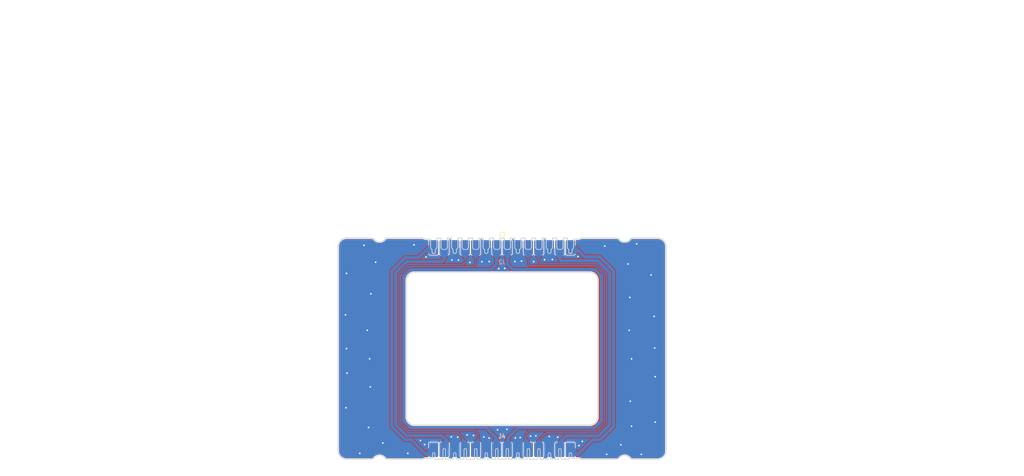
<source format=kicad_pcb>
(kicad_pcb (version 20240108) (generator "pcbnew") (generator_version "8.0")
  (title_block (title "bac Panel Hatch v1") (date "2024-10-06") (rev "1") (company "Build a CubeSat") (comment 1 "Manuel Imboden") (comment 2 "CC BY-SA 4.0") (comment 3 "https://buildacubesat.space"))
  (layers (0 "F.Cu" signal) (31 "B.Cu" mixed) (34 "B.Paste" user) (35 "F.Paste" user) (36 "B.SilkS" user "B.Silkscreen") (37 "F.SilkS" user "F.Silkscreen") (38 "B.Mask" user) (39 "F.Mask" user) (44 "Edge.Cuts" user))
  (net 0 "")
  (net 1 "GND")
  (net 2 "/DEPLOY_2{slash}RBF")
  (net 3 "/PANEL_SCL_A")
  (net 4 "/3v3_B")
  (net 5 "/VPV_B")
  (net 6 "/PANEL_SCL_B")
  (net 7 "/3v3_A")
  (net 8 "/EN_PANEL_B")
  (net 9 "/VPV_A")
  (net 10 "/PANEL_SDA_B")
  (net 11 "/PANEL_SDA_A")
  (footprint "bac EPS v1:bac-panel-v1-14P-pad-row" (layer "F.Cu") (at 148.93 128.15)
    (property "Reference" "J4" (at 0 -3.2 0) (layer "F.SilkS"))
    (property "Value" "Panel Connector 1x16")
    (pad "1" connect roundrect (at -16.51 0) (size 2.2 3.5) (layers "F.Cu" "F.Mask") (roundrect_rratio 0.125))
    (pad "2" connect roundrect (at -13.97 0) (size 2.2 3.5) (layers "F.Cu" "F.Mask") (roundrect_rratio 0.125))
    (pad "3" connect roundrect (at -11.43 0) (size 2.2 3.5) (layers "F.Cu" "F.Mask") (roundrect_rratio 0.125))
    (pad "4" connect roundrect (at -8.89 0) (size 2.2 3.5) (layers "F.Cu" "F.Mask") (roundrect_rratio 0.125))
    (pad "5" connect roundrect (at -6.35 0) (size 2.2 3.5) (layers "F.Cu" "F.Mask") (roundrect_rratio 0.125))
    (pad "6" connect roundrect (at -3.81 0) (size 2.2 3.5) (layers "F.Cu" "F.Mask") (roundrect_rratio 0.125))
    (pad "7" connect roundrect (at -1.27 0) (size 2.2 3.5) (layers "F.Cu" "F.Mask") (roundrect_rratio 0.125))
    (pad "8" connect roundrect (at 1.27 0) (size 2.2 3.5) (layers "F.Cu" "F.Mask") (roundrect_rratio 0.125))
    (pad "9" connect roundrect (at 3.81 0) (size 2.2 3.5) (layers "F.Cu" "F.Mask") (roundrect_rratio 0.125))
    (pad "10" connect roundrect (at 6.35 0) (size 2.2 3.5) (layers "F.Cu" "F.Mask") (roundrect_rratio 0.125))
    (pad "11" connect roundrect (at 8.89 0) (size 2.2 3.5) (layers "F.Cu" "F.Mask") (roundrect_rratio 0.125))
    (pad "12" connect roundrect (at 11.43 0) (size 2.2 3.5) (layers "F.Cu" "F.Mask") (roundrect_rratio 0.125))
    (pad "13" connect roundrect (at 13.97 0) (size 2.2 3.5) (layers "F.Cu" "F.Mask") (roundrect_rratio 0.125))
    (pad "14" connect roundrect (at 16.51 0) (size 2.2 3.5) (layers "F.Cu" "F.Mask") (roundrect_rratio 0.125))
  )
  (footprint "bac EPS v1:bac-panel-v1-14P-pad-row" (layer "F.Cu") (at 148.94 79.325)
    (property "Reference" "J3" (at 0 -3.2 0) (layer "F.SilkS"))
    (property "Value" "Panel Connector 1x16")
    (pad "1" connect roundrect (at -16.51 0) (size 2.2 3.5) (layers "F.Cu" "F.Mask") (roundrect_rratio 0.125))
    (pad "2" connect roundrect (at -13.97 0) (size 2.2 3.5) (layers "F.Cu" "F.Mask") (roundrect_rratio 0.125))
    (pad "3" connect roundrect (at -11.43 0) (size 2.2 3.5) (layers "F.Cu" "F.Mask") (roundrect_rratio 0.125))
    (pad "4" connect roundrect (at -8.89 0) (size 2.2 3.5) (layers "F.Cu" "F.Mask") (roundrect_rratio 0.125))
    (pad "5" connect roundrect (at -6.35 0) (size 2.2 3.5) (layers "F.Cu" "F.Mask") (roundrect_rratio 0.125))
    (pad "6" connect roundrect (at -3.81 0) (size 2.2 3.5) (layers "F.Cu" "F.Mask") (roundrect_rratio 0.125))
    (pad "7" connect roundrect (at -1.27 0) (size 2.2 3.5) (layers "F.Cu" "F.Mask") (roundrect_rratio 0.125))
    (pad "8" connect roundrect (at 1.27 0) (size 2.2 3.5) (layers "F.Cu" "F.Mask") (roundrect_rratio 0.125))
    (pad "9" connect roundrect (at 3.81 0) (size 2.2 3.5) (layers "F.Cu" "F.Mask") (roundrect_rratio 0.125))
    (pad "10" connect roundrect (at 6.35 0) (size 2.2 3.5) (layers "F.Cu" "F.Mask") (roundrect_rratio 0.125))
    (pad "11" connect roundrect (at 8.89 0) (size 2.2 3.5) (layers "F.Cu" "F.Mask") (roundrect_rratio 0.125))
    (pad "12" connect roundrect (at 11.43 0) (size 2.2 3.5) (layers "F.Cu" "F.Mask") (roundrect_rratio 0.125))
    (pad "13" connect roundrect (at 13.97 0) (size 2.2 3.5) (layers "F.Cu" "F.Mask") (roundrect_rratio 0.125))
    (pad "14" connect roundrect (at 16.51 0) (size 2.2 3.5) (layers "F.Cu" "F.Mask") (roundrect_rratio 0.125))
  )
  (footprint "bac EPS v1:bac-panel-v1-14P-pad-row" (layer "B.Cu") (at 148.93 128.15)
    (property "Reference" "J1" (at 0.005 -3.425 0) (layer "B.SilkS") (effects (justify mirror)))
    (property "Value" "Panel Connector 1x16")
    (pad "1" connect roundrect (at -16.51 0) (size 2.2 3.5) (layers "B.Cu" "B.Mask") (roundrect_rratio 0.125) (net 2 "/DEPLOY_2{slash}RBF"))
    (pad "2" connect roundrect (at -13.97 0) (size 2.2 3.5) (layers "B.Cu" "B.Mask") (roundrect_rratio 0.125) (net 9 "/VPV_A"))
    (pad "3" connect roundrect (at -11.43 0) (size 2.2 3.5) (layers "B.Cu" "B.Mask") (roundrect_rratio 0.125) (net 1 "GND"))
    (pad "4" connect roundrect (at -8.89 0) (size 2.2 3.5) (layers "B.Cu" "B.Mask") (roundrect_rratio 0.125) (net 3 "/PANEL_SCL_A"))
    (pad "5" connect roundrect (at -6.35 0) (size 2.2 3.5) (layers "B.Cu" "B.Mask") (roundrect_rratio 0.125) (net 11 "/PANEL_SDA_A"))
    (pad "6" connect roundrect (at -3.81 0) (size 2.2 3.5) (layers "B.Cu" "B.Mask") (roundrect_rratio 0.125) (net 1 "GND"))
    (pad "7" connect roundrect (at -1.27 0) (size 2.2 3.5) (layers "B.Cu" "B.Mask") (roundrect_rratio 0.125) (net 7 "/3v3_A"))
    (pad "8" connect roundrect (at 1.27 0) (size 2.2 3.5) (layers "B.Cu" "B.Mask") (roundrect_rratio 0.125) (net 4 "/3v3_B"))
    (pad "9" connect roundrect (at 3.81 0) (size 2.2 3.5) (layers "B.Cu" "B.Mask") (roundrect_rratio 0.125) (net 1 "GND"))
    (pad "10" connect roundrect (at 6.35 0) (size 2.2 3.5) (layers "B.Cu" "B.Mask") (roundrect_rratio 0.125) (net 10 "/PANEL_SDA_B"))
    (pad "11" connect roundrect (at 8.89 0) (size 2.2 3.5) (layers "B.Cu" "B.Mask") (roundrect_rratio 0.125) (net 6 "/PANEL_SCL_B"))
    (pad "12" connect roundrect (at 11.43 0) (size 2.2 3.5) (layers "B.Cu" "B.Mask") (roundrect_rratio 0.125) (net 1 "GND"))
    (pad "13" connect roundrect (at 13.97 0) (size 2.2 3.5) (layers "B.Cu" "B.Mask") (roundrect_rratio 0.125) (net 5 "/VPV_B"))
    (pad "14" connect roundrect (at 16.51 0) (size 2.2 3.5) (layers "B.Cu" "B.Mask") (roundrect_rratio 0.125) (net 8 "/EN_PANEL_B"))
  )
  (footprint "bac EPS v1:bac-panel-v1-14P-pad-row" (layer "B.Cu") (at 148.94 79.325)
    (property "Reference" "J2" (at -0.01 3.525 0) (layer "B.SilkS") (effects (justify mirror)))
    (property "Value" "Panel Connector 1x16")
    (pad "1" connect roundrect (at -16.51 0) (size 2.2 3.5) (layers "B.Cu" "B.Mask") (roundrect_rratio 0.125) (net 2 "/DEPLOY_2{slash}RBF"))
    (pad "2" connect roundrect (at -13.97 0) (size 2.2 3.5) (layers "B.Cu" "B.Mask") (roundrect_rratio 0.125) (net 9 "/VPV_A"))
    (pad "3" connect roundrect (at -11.43 0) (size 2.2 3.5) (layers "B.Cu" "B.Mask") (roundrect_rratio 0.125) (net 1 "GND"))
    (pad "4" connect roundrect (at -8.89 0) (size 2.2 3.5) (layers "B.Cu" "B.Mask") (roundrect_rratio 0.125) (net 3 "/PANEL_SCL_A"))
    (pad "5" connect roundrect (at -6.35 0) (size 2.2 3.5) (layers "B.Cu" "B.Mask") (roundrect_rratio 0.125) (net 11 "/PANEL_SDA_A"))
    (pad "6" connect roundrect (at -3.81 0) (size 2.2 3.5) (layers "B.Cu" "B.Mask") (roundrect_rratio 0.125) (net 1 "GND"))
    (pad "7" connect roundrect (at -1.27 0) (size 2.2 3.5) (layers "B.Cu" "B.Mask") (roundrect_rratio 0.125) (net 7 "/3v3_A"))
    (pad "8" connect roundrect (at 1.27 0) (size 2.2 3.5) (layers "B.Cu" "B.Mask") (roundrect_rratio 0.125) (net 4 "/3v3_B"))
    (pad "9" connect roundrect (at 3.81 0) (size 2.2 3.5) (layers "B.Cu" "B.Mask") (roundrect_rratio 0.125) (net 1 "GND"))
    (pad "10" connect roundrect (at 6.35 0) (size 2.2 3.5) (layers "B.Cu" "B.Mask") (roundrect_rratio 0.125) (net 10 "/PANEL_SDA_B"))
    (pad "11" connect roundrect (at 8.89 0) (size 2.2 3.5) (layers "B.Cu" "B.Mask") (roundrect_rratio 0.125) (net 6 "/PANEL_SCL_B"))
    (pad "12" connect roundrect (at 11.43 0) (size 2.2 3.5) (layers "B.Cu" "B.Mask") (roundrect_rratio 0.125) (net 1 "GND"))
    (pad "13" connect roundrect (at 13.97 0) (size 2.2 3.5) (layers "B.Cu" "B.Mask") (roundrect_rratio 0.125) (net 5 "/VPV_B"))
    (pad "14" connect roundrect (at 16.51 0) (size 2.2 3.5) (layers "B.Cu" "B.Mask") (roundrect_rratio 0.125) (net 8 "/EN_PANEL_B"))
  )
  (gr_arc (start 137.224999 129.171667) (mid 137.53 128.866666) (end 137.835001 129.171667) (stroke (width 0.2)) (layer "Edge.Cuts"))
  (gr_arc (start 165.875 80.376667) (mid 165.47 80.781667) (end 165.065 80.376667) (stroke (width 0.2)) (layer "Edge.Cuts"))
  (gr_arc (start 117.5852 77.041667) (mid 117.811318 77.09573) (end 117.988545 77.246212) (stroke (width 0.2)) (layer "Edge.Cuts"))
  (gr_arc (start 149.925 128.171667) (mid 150.23 127.866667) (end 150.535 128.171667) (stroke (width 0.2)) (layer "Edge.Cuts"))
  (gr_arc (start 177.188545 130.237121) (mid 177.011309 130.387607) (end 176.785175 130.441667) (stroke (width 0.2)) (layer "Edge.Cuts"))
  (gr_arc (start 145.554999 80.376667) (mid 145.15 80.781666) (end 144.745 80.376667) (stroke (width 0.2)) (layer "Edge.Cuts"))
  (gr_line (start 137.835001 129.171667) (end 137.835 130.441667) (stroke (width 0.2)) (layer "Edge.Cuts"))
  (gr_arc (start 150.98 79.281666) (mid 150.833553 79.63522) (end 150.479999 79.781667) (stroke (width 0.2)) (layer "Edge.Cuts"))
  (gr_line (start 145.455 129.171667) (end 145.455 130.441667) (stroke (width 0.2)) (layer "Edge.Cuts"))
  (gr_arc (start 160.084999 129.171667) (mid 160.39 128.866666) (end 160.695001 129.171667) (stroke (width 0.2)) (layer "Edge.Cuts"))
  (gr_line (start 142.915 128.171667) (end 142.915 130.441668) (stroke (width 0.2)) (layer "Edge.Cuts"))
  (gr_line (start 153.075 129.171667) (end 153.074999 130.441667) (stroke (width 0.2)) (layer "Edge.Cuts"))
  (gr_line (start 149.925 130.441667) (end 149.925 128.171667) (stroke (width 0.2)) (layer "Edge.Cuts"))
  (gr_arc (start 125.86 87.291667) (mid 126.445786 85.877454) (end 127.86 85.291667) (stroke (width 0.2)) (layer "Edge.Cuts"))
  (gr_arc (start 134.74 79.781667) (mid 134.386447 79.63522) (end 134.24 79.281667) (stroke (width 0.2)) (layer "Edge.Cuts"))
  (gr_arc (start 120.731455 77.246213) (mid 119.36 77.941667) (end 117.988545 77.246212) (stroke (width 0.2)) (layer "Edge.Cuts"))
  (gr_arc (start 135.74 79.281667) (mid 135.593553 79.635221) (end 135.239999 79.781667) (stroke (width 0.2)) (layer "Edge.Cuts"))
  (gr_arc (start 129.6583 77.041667) (mid 129.91669 77.07563) (end 130.157531 77.175203) (stroke (width 0.2)) (layer "Edge.Cuts"))
  (gr_line (start 158.099999 79.781667) (end 157.600001 79.781667) (stroke (width 0.2)) (layer "Edge.Cuts"))
  (gr_line (start 163.68 77.041667) (end 163.68 79.281666) (stroke (width 0.2)) (layer "Edge.Cuts"))
  (gr_line (start 180.334825 130.441668) (end 186.560001 130.441667) (stroke (width 0.2)) (layer "Edge.Cuts"))
  (gr_line (start 155.56 79.781667) (end 155.060002 79.781667) (stroke (width 0.2)) (layer "Edge.Cuts"))
  (gr_arc (start 156.060001 79.281666) (mid 155.913554 79.63522) (end 155.56 79.781667) (stroke (width 0.2)) (layer "Edge.Cuts"))
  (gr_line (start 159.985 80.376667) (end 159.985 79.757034) (stroke (width 0.2)) (layer "Edge.Cuts"))
  (gr_line (start 144.745 80.376667) (end 144.745 79.757033) (stroke (width 0.2)) (layer "Edge.Cuts"))
  (gr_line (start 165.775001 130.175) (end 167.07 130.175) (stroke (width 0.2)) (layer "Edge.Cuts"))
  (gr_line (start 160.695 130.441667) (end 162.625 130.441667) (stroke (width 0.2)) (layer "Edge.Cuts"))
  (gr_line (start 149.48 79.281666) (end 149.48 77.041666) (stroke (width 0.2)) (layer "Edge.Cuts"))
  (gr_arc (start 127.86 122.191667) (mid 126.445786 121.605881) (end 125.86 120.191667) (stroke (width 0.2)) (layer "Edge.Cuts"))
  (gr_line (start 154.56 77.041667) (end 153.52 77.041667) (stroke (width 0.2)) (layer "Edge.Cuts"))
  (gr_line (start 167.07 77.308334) (end 166.22 77.308334) (stroke (width 0.2)) (layer "Edge.Cuts"))
  (gr_line (start 159.639999 77.041667) (end 158.599999 77.041667) (stroke (width 0.2)) (layer "Edge.Cuts"))
  (gr_line (start 147.995 128.171667) (end 147.995 130.441667) (stroke (width 0.2)) (layer "Edge.Cuts"))
  (gr_line (start 133.2 77.041667) (end 133.2 79.281667) (stroke (width 0.2)) (layer "Edge.Cuts"))
  (gr_line (start 155.005 130.441668) (end 155.005 128.171667) (stroke (width 0.2)) (layer "Edge.Cuts"))
  (gr_arc (start 176.785175 77.041667) (mid 177.011309 77.095726) (end 177.188545 77.246213) (stroke (width 0.2)) (layer "Edge.Cuts"))
  (gr_line (start 168.261711 130.441667) (end 176.785175 130.441667) (stroke (width 0.2)) (layer "Edge.Cuts"))
  (gr_line (start 132.144999 130.175) (end 132.145 129.171667) (stroke (width 0.2)) (layer "Edge.Cuts"))
  (gr_arc (start 132.855 80.376667) (mid 132.45 80.781667) (end 132.045 80.376667) (stroke (width 0.2)) (layer "Edge.Cuts"))
  (gr_line (start 146.94 79.281667) (end 146.94 77.041667) (stroke (width 0.2)) (layer "Edge.Cuts"))
  (gr_arc (start 138.28 79.281668) (mid 138.18466 79.575351) (end 137.935 79.757035) (stroke (width 0.2)) (layer "Edge.Cuts"))
  (gr_line (start 139.320001 77.041667) (end 138.280001 77.041667) (stroke (width 0.2)) (layer "Edge.Cuts"))
  (gr_arc (start 159.985 79.757034) (mid 159.73534 79.575352) (end 159.64 79.28167) (stroke (width 0.2)) (layer "Edge.Cuts"))
  (gr_line (start 138.280001 77.041667) (end 138.28 79.281668) (stroke (width 0.2)) (layer "Edge.Cuts"))
  (gr_line (start 137.835 130.441667) (end 139.765 130.441667) (stroke (width 0.2)) (layer "Edge.Cuts"))
  (gr_arc (start 130.157531 130.308131) (mid 129.916686 130.407704) (end 129.658291 130.441667) (stroke (width 0.2)) (layer "Edge.Cuts"))
  (gr_line (start 186.560001 77.041667) (end 180.334826 77.041667) (stroke (width 0.2)) (layer "Edge.Cuts"))
  (gr_line (start 188.56 128.441668) (end 188.56 79.041666) (stroke (width 0.2)) (layer "Edge.Cuts"))
  (gr_curve (pts (xy 167.762469 130.308131) (xy 167.619471 130.225738) (xy 167.355561 130.175) (xy 167.07 130.175)) (stroke (width 0.2)) (layer "Edge.Cuts"))
  (gr_arc (start 161.14 79.281668) (mid 161.04466 79.57535) (end 160.795 79.757033) (stroke (width 0.2)) (layer "Edge.Cuts"))
  (gr_line (start 158.155 130.441667) (end 160.085 130.441667) (stroke (width 0.2)) (layer "Edge.Cuts"))
  (gr_line (start 155.615001 130.441667) (end 157.545 130.441667) (stroke (width 0.2)) (layer "Edge.Cuts"))
  (gr_line (start 132.855 79.757035) (end 132.855 80.376667) (stroke (width 0.2)) (layer "Edge.Cuts"))
  (gr_line (start 135.74 77.041667) (end 135.74 79.281667) (stroke (width 0.2)) (layer "Edge.Cuts"))
  (gr_line (start 134.24 79.281667) (end 134.24 77.041667) (stroke (width 0.2)) (layer "Edge.Cuts"))
  (gr_line (start 155.615 128.171667) (end 155.615001 130.441667) (stroke (width 0.2)) (layer "Edge.Cuts"))
  (gr_line (start 132.045 80.376667) (end 132.045 79.757034) (stroke (width 0.2)) (layer "Edge.Cuts"))
  (gr_line (start 162.18 77.041667) (end 161.140001 77.041667) (stroke (width 0.2)) (layer "Edge.Cuts"))
  (gr_line (start 137.935 79.757035) (end 137.935 80.376667) (stroke (width 0.2)) (layer "Edge.Cuts"))
  (gr_line (start 109.36 79.041667) (end 109.36 128.441667) (stroke (width 0.2)) (layer "Edge.Cuts"))
  (gr_arc (start 158.6 79.281666) (mid 158.453553 79.63522) (end 158.099999 79.781667) (stroke (width 0.2)) (layer "Edge.Cuts"))
  (gr_line (start 164.72 77.041667) (end 163.68 77.041667) (stroke (width 0.2)) (layer "Edge.Cuts"))
  (gr_arc (start 149.980001 79.781667) (mid 149.626447 79.63522) (end 149.48 79.281666) (stroke (width 0.2)) (layer "Edge.Cuts"))
  (gr_line (start 160.085 130.441667) (end 160.084999 129.171667) (stroke (width 0.2)) (layer "Edge.Cuts"))
  (gr_line (start 140.32 79.781667) (end 139.82 79.781668) (stroke (width 0.2)) (layer "Edge.Cuts"))
  (gr_arc (start 117.988545 130.237122) (mid 117.813313 130.386583) (end 117.589683 130.441667) (stroke (width 0.2)) (layer "Edge.Cuts"))
  (gr_arc (start 139.82 79.781668) (mid 139.466446 79.635221) (end 139.32 79.281668) (stroke (width 0.2)) (layer "Edge.Cuts"))
  (gr_line (start 150.479999 79.781667) (end 149.980001 79.781667) (stroke (width 0.2)) (layer "Edge.Cuts"))
  (gr_line (start 152.465 130.441667) (end 152.465 129.171667) (stroke (width 0.2)) (layer "Edge.Cuts"))
  (gr_line (start 157.1 79.281666) (end 157.1 77.041667) (stroke (width 0.2)) (layer "Edge.Cuts"))
  (gr_arc (start 144.745 79.757033) (mid 144.495342 79.575349) (end 144.400001 79.281667) (stroke (width 0.2)) (layer "Edge.Cuts"))
  (gr_curve (pts (xy 130.157531 77.175203) (xy 130.300529 77.257596) (xy 130.564439 77.308334) (xy 130.85 77.308334)) (stroke (width 0.2)) (layer "Edge.Cuts"))
  (gr_line (start 127.86 85.291667) (end 170.060002 85.291666) (stroke (width 0.2)) (layer "Edge.Cuts"))
  (gr_line (start 170.060001 122.191667) (end 127.86 122.191667) (stroke (width 0.2)) (layer "Edge.Cuts"))
  (gr_line (start 163.179999 79.781667) (end 162.680001 79.781667) (stroke (width 0.2)) (layer "Edge.Cuts"))
  (gr_line (start 156.06 77.041667) (end 156.060001 79.281666) (stroke (width 0.2)) (layer "Edge.Cuts"))
  (gr_arc (start 153.175 80.376667) (mid 152.77 80.781667) (end 152.365001 80.376667) (stroke (width 0.2)) (layer "Edge.Cuts"))
  (gr_line (start 139.32 79.281668) (end 139.320001 77.041667) (stroke (width 0.2)) (layer "Edge.Cuts"))
  (gr_line (start 131.7 77.308334) (end 130.85 77.308334) (stroke (width 0.2)) (layer "Edge.Cuts"))
  (gr_arc (start 179.931455 77.246212) (mid 180.108692 77.095726) (end 180.334826 77.041667) (stroke (width 0.2)) (layer "Edge.Cuts"))
  (gr_arc (start 132.045 79.757034) (mid 131.795341 79.57535) (end 131.700001 79.281667) (stroke (width 0.2)) (layer "Edge.Cuts"))
  (gr_line (start 134.24 77.041667) (end 133.2 77.041667) (stroke (width 0.2)) (layer "Edge.Cuts"))
  (gr_line (start 142.304999 130.441667) (end 142.305 128.171667) (stroke (width 0.2)) (layer "Edge.Cuts"))
  (gr_arc (start 155.005 128.171667) (mid 155.31 127.866667) (end 155.615 128.171667) (stroke (width 0.2)) (layer "Edge.Cuts"))
  (gr_line (start 111.36 130.441667) (end 117.589683 130.441667) (stroke (width 0.2)) (layer "Edge.Cuts"))
  (gr_arc (start 167.762469 77.175203) (mid 168.003314 77.075628) (end 168.26171 77.041667) (stroke (width 0.2)) (layer "Edge.Cuts"))
  (gr_line (start 129.6583 77.041667) (end 121.130428 77.041667) (stroke (width 0.2)) (layer "Edge.Cuts"))
  (gr_line (start 145.455 130.441667) (end 147.385 130.441667) (stroke (width 0.2)) (layer "Edge.Cuts"))
  (gr_line (start 153.52 77.041667) (end 153.52 79.281667) (stroke (width 0.2)) (layer "Edge.Cuts"))
  (gr_line (start 150.98 77.041667) (end 150.98 79.281666) (stroke (width 0.2)) (layer "Edge.Cuts"))
  (gr_line (start 148.44 77.041666) (end 148.44 79.281668) (stroke (width 0.2)) (layer "Edge.Cuts"))
  (gr_line (start 162.625 130.441667) (end 162.625 128.171667) (stroke (width 0.2)) (layer "Edge.Cuts"))
  (gr_line (start 141.86 79.281667) (end 141.86 77.041667) (stroke (width 0.2)) (layer "Edge.Cuts"))
  (gr_arc (start 111.36 130.441667) (mid 109.945787 129.85588) (end 109.36 128.441667) (stroke (width 0.2)) (layer "Edge.Cuts"))
  (gr_line (start 165.875 79.757033) (end 165.875 80.376667) (stroke (width 0.2)) (layer "Edge.Cuts"))
  (gr_arc (start 168.261711 130.441667) (mid 168.003315 130.407706) (end 167.762469 130.308131) (stroke (width 0.2)) (layer "Edge.Cuts"))
  (gr_line (start 143.36 77.041667) (end 143.36 79.281667) (stroke (width 0.2)) (layer "Edge.Cuts"))
  (gr_line (start 164.72 79.28167) (end 164.72 77.041667) (stroke (width 0.2)) (layer "Edge.Cuts"))
  (gr_line (start 165.164999 130.441667) (end 165.165 129.171667) (stroke (width 0.2)) (layer "Edge.Cuts"))
  (gr_arc (start 137.935 80.376667) (mid 137.53 80.781668) (end 137.125 80.376667) (stroke (width 0.2)) (layer "Edge.Cuts"))
  (gr_line (start 142.86 79.781667) (end 142.36 79.781667) (stroke (width 0.2)) (layer "Edge.Cuts"))
  (gr_line (start 136.78 79.281668) (end 136.779999 77.041667) (stroke (width 0.2)) (layer "Edge.Cuts"))
  (gr_line (start 132.755 129.171667) (end 132.755001 130.441667) (stroke (width 0.2)) (layer "Edge.Cuts"))
  (gr_line (start 152.365001 80.376667) (end 152.365 79.757034) (stroke (width 0.2)) (layer "Edge.Cuts"))
  (gr_arc (start 142.305 128.171667) (mid 142.61 127.866667) (end 142.915 128.171667) (stroke (width 0.2)) (layer "Edge.Cuts"))
  (gr_arc (start 109.36 79.041667) (mid 109.945786 77.627453) (end 111.36 77.041667) (stroke (width 0.2)) (layer "Edge.Cuts"))
  (gr_arc (start 132.145 129.171667) (mid 132.45 128.866666) (end 132.755 129.171667) (stroke (width 0.2)) (layer "Edge.Cuts"))
  (gr_line (start 121.134799 130.441667) (end 129.658291 130.441667) (stroke (width 0.2)) (layer "Edge.Cuts"))
  (gr_line (start 130.85 130.175) (end 132.144999 130.175) (stroke (width 0.2)) (layer "Edge.Cuts"))
  (gr_line (start 158.155 128.171667) (end 158.155 130.441667) (stroke (width 0.2)) (layer "Edge.Cuts"))
  (gr_line (start 137.125 80.376667) (end 137.125 79.757034) (stroke (width 0.2)) (layer "Edge.Cuts"))
  (gr_line (start 163.235 130.441667) (end 165.164999 130.441667) (stroke (width 0.2)) (layer "Edge.Cuts"))
  (gr_line (start 140.82 77.041667) (end 140.82 79.281667) (stroke (width 0.2)) (layer "Edge.Cuts"))
  (gr_line (start 152.02 79.28167) (end 152.02 77.041667) (stroke (width 0.2)) (layer "Edge.Cuts"))
  (gr_line (start 160.695001 129.171667) (end 160.695 130.441667) (stroke (width 0.2)) (layer "Edge.Cuts"))
  (gr_line (start 145.554999 79.757035) (end 145.554999 80.376667) (stroke (width 0.2)) (layer "Edge.Cuts"))
  (gr_line (start 157.545 130.441667) (end 157.545 128.171667) (stroke (width 0.2)) (layer "Edge.Cuts"))
  (gr_line (start 154.56 79.281665) (end 154.56 77.041667) (stroke (width 0.2)) (layer "Edge.Cuts"))
  (gr_line (start 136.779999 77.041667) (end 135.74 77.041667) (stroke (width 0.2)) (layer "Edge.Cuts"))
  (gr_line (start 146.94 77.041667) (end 145.9 77.041667) (stroke (width 0.2)) (layer "Edge.Cuts"))
  (gr_line (start 117.5852 77.041667) (end 111.36 77.041667) (stroke (width 0.2)) (layer "Edge.Cuts"))
  (gr_arc (start 179.931455 77.246212) (mid 178.56 77.941667) (end 177.188545 77.246213) (stroke (width 0.2)) (layer "Edge.Cuts"))
  (gr_line (start 147.385 130.441667) (end 147.385 128.171667) (stroke (width 0.2)) (layer "Edge.Cuts"))
  (gr_line (start 125.86 120.191667) (end 125.86 87.291667) (stroke (width 0.2)) (layer "Edge.Cuts"))
  (gr_curve (pts (xy 167.07 77.308334) (xy 167.355561 77.308334) (xy 167.619471 77.257596) (xy 167.762469 77.175203)) (stroke (width 0.2)) (layer "Edge.Cuts"))
  (gr_arc (start 152.465 129.171667) (mid 152.77 128.866667) (end 153.075 129.171667) (stroke (width 0.2)) (layer "Edge.Cuts"))
  (gr_curve (pts (xy 130.85 130.175) (xy 130.564439 130.175) (xy 130.300529 130.225738) (xy 130.157531 130.308131)) (stroke (width 0.2)) (layer "Edge.Cuts"))
  (gr_arc (start 139.765 128.171667) (mid 140.07 127.866667) (end 140.375 128.171667) (stroke (width 0.2)) (layer "Edge.Cuts"))
  (gr_arc (start 162.680001 79.781667) (mid 162.326447 79.63522) (end 162.18 79.281666) (stroke (width 0.2)) (layer "Edge.Cuts"))
  (gr_line (start 159.64 79.28167) (end 159.639999 77.041667) (stroke (width 0.2)) (layer "Edge.Cuts"))
  (gr_line (start 139.765 130.441667) (end 139.765 128.171667) (stroke (width 0.2)) (layer "Edge.Cuts"))
  (gr_line (start 140.375 128.171667) (end 140.375 130.441667) (stroke (width 0.2)) (layer "Edge.Cuts"))
  (gr_arc (start 144.845 129.171667) (mid 145.15 128.866667) (end 145.455 129.171667) (stroke (width 0.2)) (layer "Edge.Cuts"))
  (gr_line (start 144.4 79.281667) (end 144.4 77.041667) (stroke (width 0.2)) (layer "Edge.Cuts"))
  (gr_line (start 176.785175 77.041667) (end 168.26171 77.041667) (stroke (width 0.2)) (layer "Edge.Cuts"))
  (gr_arc (start 153.52 79.281667) (mid 153.42466 79.57535) (end 153.175 79.757033) (stroke (width 0.2)) (layer "Edge.Cuts"))
  (gr_line (start 158.599999 77.041667) (end 158.6 79.281666) (stroke (width 0.2)) (layer "Edge.Cuts"))
  (gr_arc (start 157.545 128.171667) (mid 157.85 127.866667) (end 158.155 128.171667) (stroke (width 0.2)) (layer "Edge.Cuts"))
  (gr_line (start 149.48 77.041666) (end 148.44 77.041666) (stroke (width 0.2)) (layer "Edge.Cuts"))
  (gr_line (start 147.940001 79.781667) (end 147.44 79.781667) (stroke (width 0.2)) (layer "Edge.Cuts"))
  (gr_line (start 157.1 77.041667) (end 156.06 77.041667) (stroke (width 0.2)) (layer "Edge.Cuts"))
  (gr_arc (start 147.385 128.171667) (mid 147.69 127.866667) (end 147.995 128.171667) (stroke (width 0.2)) (layer "Edge.Cuts"))
  (gr_arc (start 155.060002 79.781667) (mid 154.706447 79.63522) (end 154.56 79.281665) (stroke (width 0.2)) (layer "Edge.Cuts"))
  (gr_arc (start 170.060002 85.291666) (mid 171.474215 85.877452) (end 172.060001 87.291665) (stroke (width 0.2)) (layer "Edge.Cuts"))
  (gr_line (start 152.02 77.041667) (end 150.98 77.041667) (stroke (width 0.2)) (layer "Edge.Cuts"))
  (gr_line (start 160.795 79.757033) (end 160.795 80.376667) (stroke (width 0.2)) (layer "Edge.Cuts"))
  (gr_line (start 147.995 130.441667) (end 149.925 130.441667) (stroke (width 0.2)) (layer "Edge.Cuts"))
  (gr_arc (start 133.2 79.281667) (mid 133.10466 79.57535) (end 132.855 79.757035) (stroke (width 0.2)) (layer "Edge.Cuts"))
  (gr_line (start 165.775 129.171667) (end 165.775001 130.175) (stroke (width 0.2)) (layer "Edge.Cuts"))
  (gr_line (start 141.86 77.041667) (end 140.82 77.041667) (stroke (width 0.2)) (layer "Edge.Cuts"))
  (gr_line (start 172.060001 87.291665) (end 172.06 120.191668) (stroke (width 0.2)) (layer "Edge.Cuts"))
  (gr_line (start 166.22 77.308334) (end 166.22 79.281667) (stroke (width 0.2)) (layer "Edge.Cuts"))
  (gr_arc (start 177.188545 130.237121) (mid 178.56 129.541667) (end 179.931455 130.237122) (stroke (width 0.2)) (layer "Edge.Cuts"))
  (gr_arc (start 148.44 79.281668) (mid 148.293553 79.63522) (end 147.940001 79.781667) (stroke (width 0.2)) (layer "Edge.Cuts"))
  (gr_arc (start 145.9 79.281667) (mid 145.80466 79.575351) (end 145.554999 79.757035) (stroke (width 0.2)) (layer "Edge.Cuts"))
  (gr_line (start 144.4 77.041667) (end 143.36 77.041667) (stroke (width 0.2)) (layer "Edge.Cuts"))
  (gr_line (start 132.755001 130.441667) (end 134.685 130.441667) (stroke (width 0.2)) (layer "Edge.Cuts"))
  (gr_line (start 161.140001 77.041667) (end 161.14 79.281668) (stroke (width 0.2)) (layer "Edge.Cuts"))
  (gr_arc (start 140.82 79.281667) (mid 140.673554 79.635221) (end 140.32 79.781667) (stroke (width 0.2)) (layer "Edge.Cuts"))
  (gr_arc (start 134.685 128.171667) (mid 134.99 127.866667) (end 135.295 128.171667) (stroke (width 0.2)) (layer "Edge.Cuts"))
  (gr_line (start 145.9 77.041667) (end 145.9 79.281667) (stroke (width 0.2)) (layer "Edge.Cuts"))
  (gr_arc (start 165.065 79.757034) (mid 164.81534 79.575352) (end 164.72 79.28167) (stroke (width 0.2)) (layer "Edge.Cuts"))
  (gr_arc (start 152.365 79.757034) (mid 152.11534 79.575352) (end 152.02 79.28167) (stroke (width 0.2)) (layer "Edge.Cuts"))
  (gr_line (start 150.535 130.441667) (end 152.465 130.441667) (stroke (width 0.2)) (layer "Edge.Cuts"))
  (gr_line (start 162.18 79.281666) (end 162.18 77.041667) (stroke (width 0.2)) (layer "Edge.Cuts"))
  (gr_line (start 144.845001 130.441667) (end 144.845 129.171667) (stroke (width 0.2)) (layer "Edge.Cuts"))
  (gr_line (start 135.295 128.171667) (end 135.295 130.441667) (stroke (width 0.2)) (layer "Edge.Cuts"))
  (gr_line (start 135.239999 79.781667) (end 134.74 79.781667) (stroke (width 0.2)) (layer "Edge.Cuts"))
  (gr_arc (start 120.731455 77.246213) (mid 120.906736 77.096726) (end 121.130428 77.041667) (stroke (width 0.2)) (layer "Edge.Cuts"))
  (gr_arc (start 157.600001 79.781667) (mid 157.246447 79.63522) (end 157.1 79.281666) (stroke (width 0.2)) (layer "Edge.Cuts"))
  (gr_arc (start 186.560001 77.041667) (mid 187.974214 77.627453) (end 188.56 79.041666) (stroke (width 0.2)) (layer "Edge.Cuts"))
  (gr_line (start 135.295 130.441667) (end 137.225 130.441667) (stroke (width 0.2)) (layer "Edge.Cuts"))
  (gr_line (start 165.065 80.376667) (end 165.065 79.757034) (stroke (width 0.2)) (layer "Edge.Cuts"))
  (gr_line (start 153.175 79.757033) (end 153.175 80.376667) (stroke (width 0.2)) (layer "Edge.Cuts"))
  (gr_line (start 131.7 79.281667) (end 131.7 77.308334) (stroke (width 0.2)) (layer "Edge.Cuts"))
  (gr_line (start 163.235 128.171667) (end 163.235 130.441667) (stroke (width 0.2)) (layer "Edge.Cuts"))
  (gr_line (start 153.074999 130.441667) (end 155.005 130.441668) (stroke (width 0.2)) (layer "Edge.Cuts"))
  (gr_arc (start 160.795 80.376667) (mid 160.39 80.781668) (end 159.985 80.376667) (stroke (width 0.2)) (layer "Edge.Cuts"))
  (gr_arc (start 143.36 79.281667) (mid 143.213553 79.63522) (end 142.86 79.781667) (stroke (width 0.2)) (layer "Edge.Cuts"))
  (gr_arc (start 121.134799 130.441667) (mid 120.908681 130.387604) (end 120.731455 130.237121) (stroke (width 0.2)) (layer "Edge.Cuts"))
  (gr_arc (start 147.44 79.781667) (mid 147.086447 79.63522) (end 146.94 79.281667) (stroke (width 0.2)) (layer "Edge.Cuts"))
  (gr_arc (start 137.125 79.757034) (mid 136.875341 79.57535) (end 136.780001 79.281667) (stroke (width 0.2)) (layer "Edge.Cuts"))
  (gr_line (start 150.535 128.171667) (end 150.535 130.441667) (stroke (width 0.2)) (layer "Edge.Cuts"))
  (gr_arc (start 166.22 79.281667) (mid 166.12466 79.57535) (end 165.875 79.757033) (stroke (width 0.2)) (layer "Edge.Cuts"))
  (gr_arc (start 117.988545 130.237122) (mid 119.36 129.541667) (end 120.731455 130.237121) (stroke (width 0.2)) (layer "Edge.Cuts"))
  (gr_line (start 137.225 130.441667) (end 137.224999 129.171667) (stroke (width 0.2)) (layer "Edge.Cuts"))
  (gr_line (start 140.375 130.441667) (end 142.304999 130.441667) (stroke (width 0.2)) (layer "Edge.Cuts"))
  (gr_arc (start 165.165 129.171667) (mid 165.47 128.866666) (end 165.775 129.171667) (stroke (width 0.2)) (layer "Edge.Cuts"))
  (gr_arc (start 163.68 79.281666) (mid 163.533553 79.63522) (end 163.179999 79.781667) (stroke (width 0.2)) (layer "Edge.Cuts"))
  (gr_arc (start 162.625 128.171667) (mid 162.93 127.866667) (end 163.235 128.171667) (stroke (width 0.2)) (layer "Edge.Cuts"))
  (gr_arc (start 142.36 79.781667) (mid 142.006447 79.63522) (end 141.86 79.281667) (stroke (width 0.2)) (layer "Edge.Cuts"))
  (gr_arc (start 172.06 120.191668) (mid 171.474214 121.605881) (end 170.060001 122.191667) (stroke (width 0.2)) (layer "Edge.Cuts"))
  (gr_arc (start 188.56 128.441668) (mid 187.974214 129.855881) (end 186.560001 130.441667) (stroke (width 0.2)) (layer "Edge.Cuts"))
  (gr_arc (start 180.334825 130.441668) (mid 180.108691 130.387609) (end 179.931455 130.237122) (stroke (width 0.2)) (layer "Edge.Cuts"))
  (gr_line (start 142.915 130.441668) (end 144.845001 130.441667) (stroke (width 0.2)) (layer "Edge.Cuts"))
  (gr_line (start 134.685 130.441667) (end 134.685 128.171667) (stroke (width 0.2)) (layer "Edge.Cuts"))
  (via (at 149.6 84.35) (size 0.8) (drill 0.4) (layers "F.Cu" "B.Cu") (net 1))
  (via (at 118.425 82.875) (size 0.8) (drill 0.4) (layers "F.Cu" "B.Cu") (net 1))
  (via (at 136.7 125.025) (size 0.8) (drill 0.4) (layers "F.Cu" "B.Cu") (net 1))
  (via (at 161.1 82.225) (size 0.8) (drill 0.4) (layers "F.Cu" "B.Cu") (net 1))
  (via (at 159.225 82.25) (size 0.8) (drill 0.4) (layers "F.Cu" "B.Cu") (net 1))
  (via (at 174.2 129.25) (size 0.8) (drill 0.4) (layers "F.Cu" "B.Cu") (net 1))
  (via (at 136.825 82.325) (size 0.8) (drill 0.4) (layers "F.Cu" "B.Cu") (net 1))
  (via (at 160.35 124.95) (size 0.8) (drill 0.4) (layers "F.Cu" "B.Cu") (net 1))
  (via (at 156.575 82.725) (size 0.8) (drill 0.4) (layers "F.Cu" "B.Cu") (net 1))
  (via (at 155.825 124.875) (size 0.8) (drill 0.4) (layers "F.Cu" "B.Cu") (net 1))
  (via (at 184.95 85.95) (size 0.8) (drill 0.4) (layers "F.Cu" "B.Cu") (net 1))
  (via (at 144.55 125.075) (size 0.8) (drill 0.4) (layers "F.Cu" "B.Cu") (net 1))
  (via (at 179.65 99.3) (size 0.8) (drill 0.4) (layers "F.Cu" "B.Cu") (net 1))
  (via (at 157.125 124.8) (size 0.8) (drill 0.4) (layers "F.Cu" "B.Cu") (net 1))
  (via (at 185.675 95.95) (size 0.8) (drill 0.4) (layers "F.Cu" "B.Cu") (net 1))
  (via (at 117.275 90.5) (size 0.8) (drill 0.4) (layers "F.Cu" "B.Cu") (net 1))
  (via (at 179.925 116.425) (size 0.8) (drill 0.4) (layers "F.Cu" "B.Cu") (net 1))
  (via (at 117.125 112.975) (size 0.8) (drill 0.4) (layers "F.Cu" "B.Cu") (net 1))
  (via (at 142.05 124.7) (size 0.8) (drill 0.4) (layers "F.Cu" "B.Cu") (net 1))
  (via (at 148.15 84.425) (size 0.8) (drill 0.4) (layers "F.Cu" "B.Cu") (net 1))
  (via (at 140.525 124.575) (size 0.8) (drill 0.4) (layers "F.Cu" "B.Cu") (net 1))
  (via (at 153.65 82.6) (size 0.8) (drill 0.4) (layers "F.Cu" "B.Cu") (net 1))
  (via (at 111.525 109.65) (size 0.8) (drill 0.4) (layers "F.Cu" "B.Cu") (net 1))
  (via (at 120.15 126.525) (size 0.8) (drill 0.4) (layers "F.Cu" "B.Cu") (net 1))
  (via (at 182.6 129.25) (size 0.8) (drill 0.4) (layers "F.Cu" "B.Cu") (net 1))
  (via (at 116.7 122.775) (size 0.8) (drill 0.4) (layers "F.Cu" "B.Cu") (net 1))
  (via (at 138.425 82.35) (size 0.8) (drill 0.4) (layers "F.Cu" "B.Cu") (net 1))
  (via (at 185.925 110.5) (size 0.8) (drill 0.4) (layers "F.Cu" "B.Cu") (net 1))
  (via (at 185.925 121.475) (size 0.8) (drill 0.4) (layers "F.Cu" "B.Cu") (net 1))
  (via (at 179.8 91.375) (size 0.8) (drill 0.4) (layers "F.Cu" "B.Cu") (net 1))
  (via (at 138.25 125.1) (size 0.8) (drill 0.4) (layers "F.Cu" "B.Cu") (net 1))
  (via (at 145.85 82.725) (size 0.8) (drill 0.4) (layers "F.Cu" "B.Cu") (net 1))
  (via (at 179.35 83.3) (size 0.8) (drill 0.4) (layers "F.Cu" "B.Cu") (net 1))
  (via (at 127.675 78.675) (size 0.8) (drill 0.4) (layers "F.Cu" "B.Cu") (net 1))
  (via (at 180.225 122.475) (size 0.8) (drill 0.4) (layers "F.Cu" "B.Cu") (net 1))
  (via (at 162.4 125.125) (size 0.8) (drill 0.4) (layers "F.Cu" "B.Cu") (net 1))
  (via (at 115.6 78.8) (size 0.8) (drill 0.4) (layers "F.Cu" "B.Cu") (net 1))
  (via (at 152.15 125.3) (size 0.8) (drill 0.4) (layers "F.Cu" "B.Cu") (net 1))
  (via (at 167.525 127.15) (size 0.8) (drill 0.4) (layers "F.Cu" "B.Cu") (net 1))
  (via (at 181.475 78.425) (size 0.8) (drill 0.4) (layers "F.Cu" "B.Cu") (net 1))
  (via (at 168.325 126.125) (size 0.8) (drill 0.4) (layers "F.Cu" "B.Cu") (net 1))
  (via (at 185.8 103.6) (size 0.8) (drill 0.4) (layers "F.Cu" "B.Cu") (net 1))
  (via (at 116.975 106.2) (size 0.8) (drill 0.4) (layers "F.Cu" "B.Cu") (net 1))
  (via (at 114.6 129.025) (size 0.8) (drill 0.4) (layers "F.Cu" "B.Cu") (net 1))
  (via (at 116.4 99.3) (size 0.8) (drill 0.4) (layers "F.Cu" "B.Cu") (net 1))
  (via (at 111.275 118.025) (size 0.8) (drill 0.4) (layers "F.Cu" "B.Cu") (net 1))
  (via (at 111.15 95.575) (size 0.8) (drill 0.4) (layers "F.Cu" "B.Cu") (net 1))
  (via (at 153.35 125.2) (size 0.8) (drill 0.4) (layers "F.Cu" "B.Cu") (net 1))
  (via (at 152.05 82.7) (size 0.8) (drill 0.4) (layers "F.Cu" "B.Cu") (net 1))
  (via (at 141.2 82.925) (size 0.8) (drill 0.4) (layers "F.Cu" "B.Cu") (net 1))
  (via (at 126.2 129.025) (size 0.8) (drill 0.4) (layers "F.Cu" "B.Cu") (net 1))
  (via (at 130.25 126.9) (size 0.8) (drill 0.4) (layers "F.Cu" "B.Cu") (net 1))
  (via (at 111.4 103.725) (size 0.8) (drill 0.4) (layers "F.Cu" "B.Cu") (net 1))
  (via (at 130.6 81.625) (size 0.8) (drill 0.4) (layers "F.Cu" "B.Cu") (net 1))
  (via (at 145.825 125.325) (size 0.8) (drill 0.4) (layers "F.Cu" "B.Cu") (net 1))
  (via (at 180.225 106.2) (size 0.8) (drill 0.4) (layers "F.Cu" "B.Cu") (net 1))
  (via (at 167.275 81.5) (size 0.8) (drill 0.4) (layers "F.Cu" "B.Cu") (net 1))
  (via (at 147.875 123.325) (size 0.8) (drill 0.4) (layers "F.Cu" "B.Cu") (net 1))
  (via (at 129.25 125.925) (size 0.8) (drill 0.4) (layers "F.Cu" "B.Cu") (net 1))
  (via (at 177.625 126.95) (size 0.8) (drill 0.4) (layers "F.Cu" "B.Cu") (net 1))
  (via (at 144.075 82.75) (size 0.8) (drill 0.4) (layers "F.Cu" "B.Cu") (net 1))
  (via (at 150.125 123.225) (size 0.8) (drill 0.4) (layers "F.Cu" "B.Cu") (net 1))
  (via (at 173.75 78.975) (size 0.8) (drill 0.4) (layers "F.Cu" "B.Cu") (net 1))
  (via (at 111.4 85.575) (size 0.8) (drill 0.4) (layers "F.Cu" "B.Cu") (net 1))
  (segment (start 122.325601 118.325) (end 122.325601 122.519104) (width 0.75) (layer "B.Cu") (net 2))
  (segment (start 122.325601 84.999611) (end 122.325601 118.325) (width 0.75) (layer "B.Cu") (net 2))
  (segment (start 128.783333 81.766667) (end 125.558546 81.766667) (width 0.75) (layer "B.Cu") (net 2))
  (segment (start 125.558546 81.766667) (end 122.882098 84.443114) (width 0.75) (layer "B.Cu") (net 2))
  (segment (start 127.041667 125.716667) (end 130.6 129.275) (width 0.75) (layer "B.Cu") (net 2))
  (segment (start 122.325601 122.519104) (end 125.523164 125.716667) (width 0.75) (layer "B.Cu") (net 2))
  (segment (start 122.882098 84.443114) (end 122.325601 84.999611) (width 0.75) (layer "B.Cu") (net 2))
  (segment (start 130.6 129.275) (end 131.556773 129.275) (width 0.75) (layer "B.Cu") (net 2))
  (segment (start 131.470001 80.17421) (end 130.37579 80.17421) (width 0.75) (layer "B.Cu") (net 2))
  (segment (start 130.37579 80.17421) (end 128.783333 81.766667) (width 0.75) (layer "B.Cu") (net 2))
  (segment (start 125.523164 125.716667) (end 127.041667 125.716667) (width 0.75) (layer "B.Cu") (net 2))
  (segment (start 126.252352 83.441667) (end 124.000601 85.693418) (width 0.3) (layer "B.Cu") (net 3))
  (segment (start 140.002993 127.464882) (end 140.007224 127.464136) (width 0.3) (layer "B.Cu") (net 3))
  (segment (start 139.415 125.165) (end 139.415 126.876889) (width 0.3) (layer "B.Cu") (net 3))
  (segment (start 124.000601 85.693418) (end 124.000601 121.790106) (width 0.3) (layer "B.Cu") (net 3))
  (segment (start 138.291667 124.041667) (end 139.415 125.165) (width 0.3) (layer "B.Cu") (net 3))
  (segment (start 124.000601 121.790106) (end 126.252162 124.041667) (width 0.3) (layer "B.Cu") (net 3))
  (segment (start 140.05 80.181668) (end 140.05 82.85) (width 0.3) (layer "B.Cu") (net 3))
  (segment (start 139.458333 83.441667) (end 126.252352 83.441667) (width 0.3) (layer "B.Cu") (net 3))
  (segment (start 140.03 80.181668) (end 140.05 80.181668) (width 0.3) (layer "B.Cu") (net 3))
  (segment (start 140.05 82.85) (end 139.458333 83.441667) (width 0.3) (layer "B.Cu") (net 3))
  (segment (start 126.252162 124.041667) (end 138.291667 124.041667) (width 0.3) (layer "B.Cu") (net 3))
  (segment (start 172.95 86.175) (end 172.95 121.225) (width 0.75) (layer "B.Cu") (net 4))
  (segment (start 172.95 121.225) (end 171.325 122.85) (width 0.75) (layer "B.Cu") (net 4))
  (segment (start 150.433333 125.208333) (end 150.433333 127.171886) (width 0.75) (layer "B.Cu") (net 4))
  (segment (start 171.325 122.85) (end 152.791666 122.85) (width 0.75) (layer "B.Cu") (net 4))
  (segment (start 151.575 84.65) (end 171.425 84.65) (width 0.75) (layer "B.Cu") (net 4))
  (segment (start 152.791666 122.85) (end 150.433333 125.208333) (width 0.75) (layer "B.Cu") (net 4))
  (segment (start 150.233333 83.308333) (end 151.575 84.65) (width 0.75) (layer "B.Cu") (net 4))
  (segment (start 150.240021 80.450571) (end 150.233333 80.45077) (width 0.75) (layer "B.Cu") (net 4))
  (segment (start 171.425 84.65) (end 172.95 86.175) (width 0.75) (layer "B.Cu") (net 4))
  (segment (start 150.233333 80.45077) (end 150.233333 83.308333) (width 0.75) (layer "B.Cu") (net 4))
  (segment (start 162.860796 82.185796) (end 163.175 82.5) (width 0.75) (layer "B.Cu") (net 5))
  (segment (start 174.925 85.343502) (end 174.925 122.131498) (width 0.75) (layer "B.Cu") (net 5))
  (segment (start 163.175 82.5) (end 172.081498 82.5) (width 0.75) (layer "B.Cu") (net 5))
  (segment (start 174.925 122.131498) (end 172.256498 124.8) (width 0.75) (layer "B.Cu") (net 5))
  (segment (start 172.081498 82.5) (end 174.925 85.343502) (width 0.75) (layer "B.Cu") (net 5))
  (segment (start 162.860796 80.452346) (end 162.860796 82.185796) (width 0.75) (layer "B.Cu") (net 5))
  (segment (start 172.256498 124.8) (end 164.4 124.8) (width 0.75) (layer "B.Cu") (net 5))
  (segment (start 164.4 124.8) (end 162.120142 127.079858) (width 0.75) (layer "B.Cu") (net 5))
  (segment (start 157.808333 80.215001) (end 157.808333 82.883333) (width 0.3) (layer "B.Cu") (net 6))
  (segment (start 174.2 121.825) (end 171.95 124.075) (width 0.3) (layer "B.Cu") (net 6))
  (segment (start 174.2 85.643806) (end 174.2 121.825) (width 0.3) (layer "B.Cu") (net 6))
  (segment (start 171.781194 83.225) (end 174.2 85.643806) (width 0.3) (layer "B.Cu") (net 6))
  (segment (start 157.828333 80.215001) (end 157.808333 80.215001) (width 0.3) (layer "B.Cu") (net 6))
  (segment (start 157.808333 82.883333) (end 158.15 83.225) (width 0.3) (layer "B.Cu") (net 6))
  (segment (start 171.95 124.075) (end 159.566666 124.075) (width 0.3) (layer "B.Cu") (net 6))
  (segment (start 158.15 83.225) (end 171.781194 83.225) (width 0.3) (layer "B.Cu") (net 6))
  (segment (start 159.566666 124.075) (end 157.182309 126.459357) (width 0.3) (layer "B.Cu") (net 6))
  (segment (start 147.618312 80.417238) (end 147.625 80.417437) (width 0.75) (layer "B.Cu") (net 7))
  (segment (start 125.225601 121.282694) (end 126.759574 122.816667) (width 0.75) (layer "B.Cu") (net 7))
  (segment (start 125.225601 86.200828) (end 125.225601 121.282694) (width 0.75) (layer "B.Cu") (net 7))
  (segment (start 146.233333 84.666667) (end 126.759762 84.666667) (width 0.75) (layer "B.Cu") (net 7))
  (segment (start 147.425 125.175) (end 147.425 127.138553) (width 0.75) (layer "B.Cu") (net 7))
  (segment (start 147.625 83.275) (end 146.233333 84.666667) (width 0.75) (layer "B.Cu") (net 7))
  (segment (start 147.625 80.417437) (end 147.625 83.275) (width 0.75) (layer "B.Cu") (net 7))
  (segment (start 126.759574 122.816667) (end 145.066667 122.816667) (width 0.75) (layer "B.Cu") (net 7))
  (segment (start 126.759762 84.666667) (end 125.225601 86.200828) (width 0.75) (layer "B.Cu") (net 7))
  (segment (start 145.066667 122.816667) (end 147.425 125.175) (width 0.75) (layer "B.Cu") (net 7))
  (segment (start 170.816666 125.75) (end 167.258333 129.308333) (width 0.75) (layer "B.Cu") (net 8))
  (segment (start 168.825 81.55) (end 172.475 81.55) (width 0.75) (layer "B.Cu") (net 8))
  (segment (start 166.449999 80.17421) (end 166.464443 80.189794) (width 0.75) (layer "B.Cu") (net 8))
  (segment (start 175.875 84.95) (end 175.875 122.525) (width 0.75) (layer "B.Cu") (net 8))
  (segment (start 166.364853 129.308333) (end 166.364721 129.30563) (width 0.75) (layer "B.Cu") (net 8))
  (segment (start 172.65 125.75) (end 170.816666 125.75) (width 0.75) (layer "B.Cu") (net 8))
  (segment (start 166.482192 80.207543) (end 167.482543 80.207543) (width 0.75) (layer "B.Cu") (net 8))
  (segment (start 172.475 81.55) (end 175.875 84.95) (width 0.75) (layer "B.Cu") (net 8))
  (segment (start 175.875 122.525) (end 172.65 125.75) (width 0.75) (layer "B.Cu") (net 8))
  (segment (start 167.482543 80.207543) (end 168.825 81.55) (width 0.75) (layer "B.Cu") (net 8))
  (segment (start 167.258333 129.308333) (end 166.364853 129.308333) (width 0.75) (layer "B.Cu") (net 8))
  (segment (start 166.464443 80.189794) (end 166.482192 80.207543) (width 0.75) (layer "B.Cu") (net 8))
  (segment (start 125.952048 82.716667) (end 123.275601 85.393114) (width 0.75) (layer "B.Cu") (net 9))
  (segment (start 135.738191 126.088191) (end 135.738191 127.621744) (width 0.75) (layer "B.Cu") (net 9))
  (segment (start 134.433333 82.716667) (end 125.952048 82.716667) (width 0.75) (layer "B.Cu") (net 9))
  (segment (start 123.275601 85.393114) (end 123.275601 122.125601) (width 0.75) (layer "B.Cu") (net 9))
  (segment (start 125.916667 124.766667) (end 134.416667 124.766667) (width 0.75) (layer "B.Cu") (net 9))
  (segment (start 134.997537 82.152463) (end 134.433333 82.716667) (width 0.75) (layer "B.Cu") (net 9))
  (segment (start 123.275601 122.125601) (end 125.916667 124.766667) (width 0.75) (layer "B.Cu") (net 9))
  (segment (start 134.997537 80.419013) (end 134.997537 82.152463) (width 0.75) (layer "B.Cu") (net 9))
  (segment (start 134.416667 124.766667) (end 135.738191 126.088191) (width 0.75) (layer "B.Cu") (net 9))
  (segment (start 173.7 121.5125) (end 171.6375 123.575) (width 0.3) (layer "B.Cu") (net 10))
  (segment (start 155.283333 83.308333) (end 155.7 83.725) (width 0.3) (layer "B.Cu") (net 10))
  (segment (start 155.288333 80.215) (end 155.283333 80.215) (width 0.3) (layer "B.Cu") (net 10))
  (segment (start 171.574088 83.725) (end 173.7 85.850912) (width 0.3) (layer "B.Cu") (net 10))
  (segment (start 155.7 83.725) (end 171.574088 83.725) (width 0.3) (layer "B.Cu") (net 10))
  (segment (start 155.283333 80.215) (end 155.283333 83.308333) (width 0.3) (layer "B.Cu") (net 10))
  (segment (start 155.541666 123.575) (end 154.593333 124.523333) (width 0.3) (layer "B.Cu") (net 10))
  (segment (start 155.242993 127.464882) (end 155.247224 127.464136) (width 0.3) (layer "B.Cu") (net 10))
  (segment (start 171.6375 123.575) (end 155.541666 123.575) (width 0.3) (layer "B.Cu") (net 10))
  (segment (start 154.593333 124.523333) (end 154.593333 126.815222) (width 0.3) (layer "B.Cu") (net 10))
  (segment (start 173.7 85.850912) (end 173.7 121.5125) (width 0.3) (layer "B.Cu") (net 10))
  (segment (start 141.908333 83.941667) (end 126.459458 83.941667) (width 0.3) (layer "B.Cu") (net 11))
  (segment (start 142.57 80.181667) (end 142.575 80.181667) (width 0.3) (layer "B.Cu") (net 11))
  (segment (start 142.316667 123.541667) (end 143.265 124.49) (width 0.3) (layer "B.Cu") (net 11))
  (segment (start 124.500601 121.582999) (end 126.459269 123.541667) (width 0.3) (layer "B.Cu") (net 11))
  (segment (start 143.265 124.49) (end 143.265 126.798067) (width 0.3) (layer "B.Cu") (net 11))
  (segment (start 124.500601 85.900524) (end 124.500601 121.582999) (width 0.3) (layer "B.Cu") (net 11))
  (segment (start 142.575 83.275) (end 141.908333 83.941667) (width 0.3) (layer "B.Cu") (net 11))
  (segment (start 126.459458 83.941667) (end 124.500601 85.900524) (width 0.3) (layer "B.Cu") (net 11))
  (segment (start 126.459269 123.541667) (end 142.316667 123.541667) (width 0.3) (layer "B.Cu") (net 11))
  (segment (start 142.575 80.181667) (end 142.575 83.275) (width 0.3) (layer "B.Cu") (net 11))
  (zone (net 1) (net_name "GND") (layers "F&B.Cu") (connect_pads yes (clearance 0)) (min_thickness 0.25) (fill yes (thermal_gap 0.5) (thermal_bridge_width 0.5) (smoothing fillet) (radius 0.5))
    (polygon (pts (xy 108 76) (xy 189.4 76) (xy 189.4 131.3) (xy 189.3 131.4) (xy 108 131.4) (xy 106.4 129.8) (xy 106.4 77.6)))
  )
)
</source>
